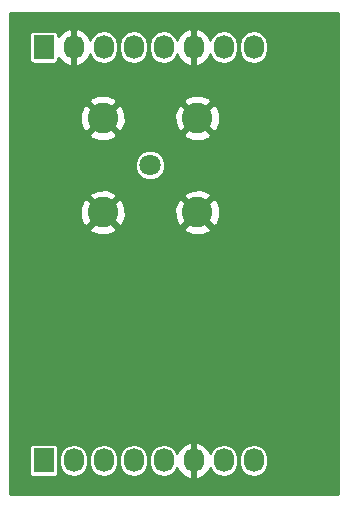
<source format=gbr>
G04 #@! TF.FileFunction,Copper,L1,Top,Signal*
%FSLAX46Y46*%
G04 Gerber Fmt 4.6, Leading zero omitted, Abs format (unit mm)*
G04 Created by KiCad (PCBNEW 4.0.7-e2-6376~58~ubuntu16.04.1) date Mon Jun 18 09:51:27 2018*
%MOMM*%
%LPD*%
G01*
G04 APERTURE LIST*
%ADD10C,0.100000*%
%ADD11R,1.727200X2.032000*%
%ADD12O,1.727200X2.032000*%
%ADD13C,1.800000*%
%ADD14C,2.600000*%
%ADD15C,0.250000*%
G04 APERTURE END LIST*
D10*
D11*
X136000000Y-123000000D03*
D12*
X138540000Y-123000000D03*
X141080000Y-123000000D03*
X143620000Y-123000000D03*
X146160000Y-123000000D03*
X148700000Y-123000000D03*
X151240000Y-123000000D03*
X153780000Y-123000000D03*
D11*
X136000000Y-88000000D03*
D12*
X138540000Y-88000000D03*
X141080000Y-88000000D03*
X143620000Y-88000000D03*
X146160000Y-88000000D03*
X148700000Y-88000000D03*
X151240000Y-88000000D03*
X153780000Y-88000000D03*
D13*
X145000000Y-98000000D03*
D14*
X141000000Y-94000000D03*
X149000000Y-94000000D03*
X149000000Y-102000000D03*
X141000000Y-102000000D03*
D15*
G36*
X160875000Y-125875000D02*
X133125000Y-125875000D01*
X133125000Y-121984000D01*
X134754054Y-121984000D01*
X134754054Y-124016000D01*
X134780202Y-124154966D01*
X134862331Y-124282599D01*
X134987646Y-124368223D01*
X135136400Y-124398346D01*
X136863600Y-124398346D01*
X137002566Y-124372198D01*
X137130199Y-124290069D01*
X137215823Y-124164754D01*
X137245946Y-124016000D01*
X137245946Y-122820349D01*
X137301400Y-122820349D01*
X137301400Y-123179651D01*
X137395683Y-123653643D01*
X137664178Y-124055473D01*
X138066008Y-124323968D01*
X138540000Y-124418251D01*
X139013992Y-124323968D01*
X139415822Y-124055473D01*
X139684317Y-123653643D01*
X139778600Y-123179651D01*
X139778600Y-122820349D01*
X139841400Y-122820349D01*
X139841400Y-123179651D01*
X139935683Y-123653643D01*
X140204178Y-124055473D01*
X140606008Y-124323968D01*
X141080000Y-124418251D01*
X141553992Y-124323968D01*
X141955822Y-124055473D01*
X142224317Y-123653643D01*
X142318600Y-123179651D01*
X142318600Y-122820349D01*
X142381400Y-122820349D01*
X142381400Y-123179651D01*
X142475683Y-123653643D01*
X142744178Y-124055473D01*
X143146008Y-124323968D01*
X143620000Y-124418251D01*
X144093992Y-124323968D01*
X144495822Y-124055473D01*
X144764317Y-123653643D01*
X144858600Y-123179651D01*
X144858600Y-122820349D01*
X144921400Y-122820349D01*
X144921400Y-123179651D01*
X145015683Y-123653643D01*
X145284178Y-124055473D01*
X145686008Y-124323968D01*
X146160000Y-124418251D01*
X146633992Y-124323968D01*
X147035822Y-124055473D01*
X147304317Y-123653643D01*
X147309650Y-123626834D01*
X147410854Y-123914945D01*
X147800798Y-124350235D01*
X148327637Y-124603165D01*
X148339340Y-124604893D01*
X148571000Y-124484519D01*
X148571000Y-123129000D01*
X148551000Y-123129000D01*
X148551000Y-122871000D01*
X148571000Y-122871000D01*
X148571000Y-121515481D01*
X148829000Y-121515481D01*
X148829000Y-122871000D01*
X148849000Y-122871000D01*
X148849000Y-123129000D01*
X148829000Y-123129000D01*
X148829000Y-124484519D01*
X149060660Y-124604893D01*
X149072363Y-124603165D01*
X149599202Y-124350235D01*
X149989146Y-123914945D01*
X150090350Y-123626834D01*
X150095683Y-123653643D01*
X150364178Y-124055473D01*
X150766008Y-124323968D01*
X151240000Y-124418251D01*
X151713992Y-124323968D01*
X152115822Y-124055473D01*
X152384317Y-123653643D01*
X152478600Y-123179651D01*
X152478600Y-122820349D01*
X152541400Y-122820349D01*
X152541400Y-123179651D01*
X152635683Y-123653643D01*
X152904178Y-124055473D01*
X153306008Y-124323968D01*
X153780000Y-124418251D01*
X154253992Y-124323968D01*
X154655822Y-124055473D01*
X154924317Y-123653643D01*
X155018600Y-123179651D01*
X155018600Y-122820349D01*
X154924317Y-122346357D01*
X154655822Y-121944527D01*
X154253992Y-121676032D01*
X153780000Y-121581749D01*
X153306008Y-121676032D01*
X152904178Y-121944527D01*
X152635683Y-122346357D01*
X152541400Y-122820349D01*
X152478600Y-122820349D01*
X152384317Y-122346357D01*
X152115822Y-121944527D01*
X151713992Y-121676032D01*
X151240000Y-121581749D01*
X150766008Y-121676032D01*
X150364178Y-121944527D01*
X150095683Y-122346357D01*
X150090350Y-122373166D01*
X149989146Y-122085055D01*
X149599202Y-121649765D01*
X149072363Y-121396835D01*
X149060660Y-121395107D01*
X148829000Y-121515481D01*
X148571000Y-121515481D01*
X148339340Y-121395107D01*
X148327637Y-121396835D01*
X147800798Y-121649765D01*
X147410854Y-122085055D01*
X147309650Y-122373166D01*
X147304317Y-122346357D01*
X147035822Y-121944527D01*
X146633992Y-121676032D01*
X146160000Y-121581749D01*
X145686008Y-121676032D01*
X145284178Y-121944527D01*
X145015683Y-122346357D01*
X144921400Y-122820349D01*
X144858600Y-122820349D01*
X144764317Y-122346357D01*
X144495822Y-121944527D01*
X144093992Y-121676032D01*
X143620000Y-121581749D01*
X143146008Y-121676032D01*
X142744178Y-121944527D01*
X142475683Y-122346357D01*
X142381400Y-122820349D01*
X142318600Y-122820349D01*
X142224317Y-122346357D01*
X141955822Y-121944527D01*
X141553992Y-121676032D01*
X141080000Y-121581749D01*
X140606008Y-121676032D01*
X140204178Y-121944527D01*
X139935683Y-122346357D01*
X139841400Y-122820349D01*
X139778600Y-122820349D01*
X139684317Y-122346357D01*
X139415822Y-121944527D01*
X139013992Y-121676032D01*
X138540000Y-121581749D01*
X138066008Y-121676032D01*
X137664178Y-121944527D01*
X137395683Y-122346357D01*
X137301400Y-122820349D01*
X137245946Y-122820349D01*
X137245946Y-121984000D01*
X137219798Y-121845034D01*
X137137669Y-121717401D01*
X137012354Y-121631777D01*
X136863600Y-121601654D01*
X135136400Y-121601654D01*
X134997434Y-121627802D01*
X134869801Y-121709931D01*
X134784177Y-121835246D01*
X134754054Y-121984000D01*
X133125000Y-121984000D01*
X133125000Y-103369683D01*
X139812751Y-103369683D01*
X139948399Y-103666873D01*
X140666332Y-103942419D01*
X141435062Y-103922251D01*
X142051601Y-103666873D01*
X142187249Y-103369683D01*
X147812751Y-103369683D01*
X147948399Y-103666873D01*
X148666332Y-103942419D01*
X149435062Y-103922251D01*
X150051601Y-103666873D01*
X150187249Y-103369683D01*
X149000000Y-102182434D01*
X147812751Y-103369683D01*
X142187249Y-103369683D01*
X141000000Y-102182434D01*
X139812751Y-103369683D01*
X133125000Y-103369683D01*
X133125000Y-101666332D01*
X139057581Y-101666332D01*
X139077749Y-102435062D01*
X139333127Y-103051601D01*
X139630317Y-103187249D01*
X140817566Y-102000000D01*
X141182434Y-102000000D01*
X142369683Y-103187249D01*
X142666873Y-103051601D01*
X142942419Y-102333668D01*
X142924912Y-101666332D01*
X147057581Y-101666332D01*
X147077749Y-102435062D01*
X147333127Y-103051601D01*
X147630317Y-103187249D01*
X148817566Y-102000000D01*
X149182434Y-102000000D01*
X150369683Y-103187249D01*
X150666873Y-103051601D01*
X150942419Y-102333668D01*
X150922251Y-101564938D01*
X150666873Y-100948399D01*
X150369683Y-100812751D01*
X149182434Y-102000000D01*
X148817566Y-102000000D01*
X147630317Y-100812751D01*
X147333127Y-100948399D01*
X147057581Y-101666332D01*
X142924912Y-101666332D01*
X142922251Y-101564938D01*
X142666873Y-100948399D01*
X142369683Y-100812751D01*
X141182434Y-102000000D01*
X140817566Y-102000000D01*
X139630317Y-100812751D01*
X139333127Y-100948399D01*
X139057581Y-101666332D01*
X133125000Y-101666332D01*
X133125000Y-100630317D01*
X139812751Y-100630317D01*
X141000000Y-101817566D01*
X142187249Y-100630317D01*
X147812751Y-100630317D01*
X149000000Y-101817566D01*
X150187249Y-100630317D01*
X150051601Y-100333127D01*
X149333668Y-100057581D01*
X148564938Y-100077749D01*
X147948399Y-100333127D01*
X147812751Y-100630317D01*
X142187249Y-100630317D01*
X142051601Y-100333127D01*
X141333668Y-100057581D01*
X140564938Y-100077749D01*
X139948399Y-100333127D01*
X139812751Y-100630317D01*
X133125000Y-100630317D01*
X133125000Y-98252501D01*
X143724779Y-98252501D01*
X143918477Y-98721286D01*
X144276827Y-99080262D01*
X144745274Y-99274778D01*
X145252501Y-99275221D01*
X145721286Y-99081523D01*
X146080262Y-98723173D01*
X146274778Y-98254726D01*
X146275221Y-97747499D01*
X146081523Y-97278714D01*
X145723173Y-96919738D01*
X145254726Y-96725222D01*
X144747499Y-96724779D01*
X144278714Y-96918477D01*
X143919738Y-97276827D01*
X143725222Y-97745274D01*
X143724779Y-98252501D01*
X133125000Y-98252501D01*
X133125000Y-95369683D01*
X139812751Y-95369683D01*
X139948399Y-95666873D01*
X140666332Y-95942419D01*
X141435062Y-95922251D01*
X142051601Y-95666873D01*
X142187249Y-95369683D01*
X147812751Y-95369683D01*
X147948399Y-95666873D01*
X148666332Y-95942419D01*
X149435062Y-95922251D01*
X150051601Y-95666873D01*
X150187249Y-95369683D01*
X149000000Y-94182434D01*
X147812751Y-95369683D01*
X142187249Y-95369683D01*
X141000000Y-94182434D01*
X139812751Y-95369683D01*
X133125000Y-95369683D01*
X133125000Y-93666332D01*
X139057581Y-93666332D01*
X139077749Y-94435062D01*
X139333127Y-95051601D01*
X139630317Y-95187249D01*
X140817566Y-94000000D01*
X141182434Y-94000000D01*
X142369683Y-95187249D01*
X142666873Y-95051601D01*
X142942419Y-94333668D01*
X142924912Y-93666332D01*
X147057581Y-93666332D01*
X147077749Y-94435062D01*
X147333127Y-95051601D01*
X147630317Y-95187249D01*
X148817566Y-94000000D01*
X149182434Y-94000000D01*
X150369683Y-95187249D01*
X150666873Y-95051601D01*
X150942419Y-94333668D01*
X150922251Y-93564938D01*
X150666873Y-92948399D01*
X150369683Y-92812751D01*
X149182434Y-94000000D01*
X148817566Y-94000000D01*
X147630317Y-92812751D01*
X147333127Y-92948399D01*
X147057581Y-93666332D01*
X142924912Y-93666332D01*
X142922251Y-93564938D01*
X142666873Y-92948399D01*
X142369683Y-92812751D01*
X141182434Y-94000000D01*
X140817566Y-94000000D01*
X139630317Y-92812751D01*
X139333127Y-92948399D01*
X139057581Y-93666332D01*
X133125000Y-93666332D01*
X133125000Y-92630317D01*
X139812751Y-92630317D01*
X141000000Y-93817566D01*
X142187249Y-92630317D01*
X147812751Y-92630317D01*
X149000000Y-93817566D01*
X150187249Y-92630317D01*
X150051601Y-92333127D01*
X149333668Y-92057581D01*
X148564938Y-92077749D01*
X147948399Y-92333127D01*
X147812751Y-92630317D01*
X142187249Y-92630317D01*
X142051601Y-92333127D01*
X141333668Y-92057581D01*
X140564938Y-92077749D01*
X139948399Y-92333127D01*
X139812751Y-92630317D01*
X133125000Y-92630317D01*
X133125000Y-86984000D01*
X134754054Y-86984000D01*
X134754054Y-89016000D01*
X134780202Y-89154966D01*
X134862331Y-89282599D01*
X134987646Y-89368223D01*
X135136400Y-89398346D01*
X136863600Y-89398346D01*
X137002566Y-89372198D01*
X137130199Y-89290069D01*
X137215823Y-89164754D01*
X137245946Y-89016000D01*
X137245946Y-88900973D01*
X137250854Y-88914945D01*
X137640798Y-89350235D01*
X138167637Y-89603165D01*
X138179340Y-89604893D01*
X138411000Y-89484519D01*
X138411000Y-88129000D01*
X138391000Y-88129000D01*
X138391000Y-87871000D01*
X138411000Y-87871000D01*
X138411000Y-86515481D01*
X138669000Y-86515481D01*
X138669000Y-87871000D01*
X138689000Y-87871000D01*
X138689000Y-88129000D01*
X138669000Y-88129000D01*
X138669000Y-89484519D01*
X138900660Y-89604893D01*
X138912363Y-89603165D01*
X139439202Y-89350235D01*
X139829146Y-88914945D01*
X139930350Y-88626834D01*
X139935683Y-88653643D01*
X140204178Y-89055473D01*
X140606008Y-89323968D01*
X141080000Y-89418251D01*
X141553992Y-89323968D01*
X141955822Y-89055473D01*
X142224317Y-88653643D01*
X142318600Y-88179651D01*
X142318600Y-87820349D01*
X142381400Y-87820349D01*
X142381400Y-88179651D01*
X142475683Y-88653643D01*
X142744178Y-89055473D01*
X143146008Y-89323968D01*
X143620000Y-89418251D01*
X144093992Y-89323968D01*
X144495822Y-89055473D01*
X144764317Y-88653643D01*
X144858600Y-88179651D01*
X144858600Y-87820349D01*
X144921400Y-87820349D01*
X144921400Y-88179651D01*
X145015683Y-88653643D01*
X145284178Y-89055473D01*
X145686008Y-89323968D01*
X146160000Y-89418251D01*
X146633992Y-89323968D01*
X147035822Y-89055473D01*
X147304317Y-88653643D01*
X147309650Y-88626834D01*
X147410854Y-88914945D01*
X147800798Y-89350235D01*
X148327637Y-89603165D01*
X148339340Y-89604893D01*
X148571000Y-89484519D01*
X148571000Y-88129000D01*
X148551000Y-88129000D01*
X148551000Y-87871000D01*
X148571000Y-87871000D01*
X148571000Y-86515481D01*
X148829000Y-86515481D01*
X148829000Y-87871000D01*
X148849000Y-87871000D01*
X148849000Y-88129000D01*
X148829000Y-88129000D01*
X148829000Y-89484519D01*
X149060660Y-89604893D01*
X149072363Y-89603165D01*
X149599202Y-89350235D01*
X149989146Y-88914945D01*
X150090350Y-88626834D01*
X150095683Y-88653643D01*
X150364178Y-89055473D01*
X150766008Y-89323968D01*
X151240000Y-89418251D01*
X151713992Y-89323968D01*
X152115822Y-89055473D01*
X152384317Y-88653643D01*
X152478600Y-88179651D01*
X152478600Y-87820349D01*
X152541400Y-87820349D01*
X152541400Y-88179651D01*
X152635683Y-88653643D01*
X152904178Y-89055473D01*
X153306008Y-89323968D01*
X153780000Y-89418251D01*
X154253992Y-89323968D01*
X154655822Y-89055473D01*
X154924317Y-88653643D01*
X155018600Y-88179651D01*
X155018600Y-87820349D01*
X154924317Y-87346357D01*
X154655822Y-86944527D01*
X154253992Y-86676032D01*
X153780000Y-86581749D01*
X153306008Y-86676032D01*
X152904178Y-86944527D01*
X152635683Y-87346357D01*
X152541400Y-87820349D01*
X152478600Y-87820349D01*
X152384317Y-87346357D01*
X152115822Y-86944527D01*
X151713992Y-86676032D01*
X151240000Y-86581749D01*
X150766008Y-86676032D01*
X150364178Y-86944527D01*
X150095683Y-87346357D01*
X150090350Y-87373166D01*
X149989146Y-87085055D01*
X149599202Y-86649765D01*
X149072363Y-86396835D01*
X149060660Y-86395107D01*
X148829000Y-86515481D01*
X148571000Y-86515481D01*
X148339340Y-86395107D01*
X148327637Y-86396835D01*
X147800798Y-86649765D01*
X147410854Y-87085055D01*
X147309650Y-87373166D01*
X147304317Y-87346357D01*
X147035822Y-86944527D01*
X146633992Y-86676032D01*
X146160000Y-86581749D01*
X145686008Y-86676032D01*
X145284178Y-86944527D01*
X145015683Y-87346357D01*
X144921400Y-87820349D01*
X144858600Y-87820349D01*
X144764317Y-87346357D01*
X144495822Y-86944527D01*
X144093992Y-86676032D01*
X143620000Y-86581749D01*
X143146008Y-86676032D01*
X142744178Y-86944527D01*
X142475683Y-87346357D01*
X142381400Y-87820349D01*
X142318600Y-87820349D01*
X142224317Y-87346357D01*
X141955822Y-86944527D01*
X141553992Y-86676032D01*
X141080000Y-86581749D01*
X140606008Y-86676032D01*
X140204178Y-86944527D01*
X139935683Y-87346357D01*
X139930350Y-87373166D01*
X139829146Y-87085055D01*
X139439202Y-86649765D01*
X138912363Y-86396835D01*
X138900660Y-86395107D01*
X138669000Y-86515481D01*
X138411000Y-86515481D01*
X138179340Y-86395107D01*
X138167637Y-86396835D01*
X137640798Y-86649765D01*
X137250854Y-87085055D01*
X137245946Y-87099027D01*
X137245946Y-86984000D01*
X137219798Y-86845034D01*
X137137669Y-86717401D01*
X137012354Y-86631777D01*
X136863600Y-86601654D01*
X135136400Y-86601654D01*
X134997434Y-86627802D01*
X134869801Y-86709931D01*
X134784177Y-86835246D01*
X134754054Y-86984000D01*
X133125000Y-86984000D01*
X133125000Y-85125000D01*
X160875000Y-85125000D01*
X160875000Y-125875000D01*
X160875000Y-125875000D01*
G37*
X160875000Y-125875000D02*
X133125000Y-125875000D01*
X133125000Y-121984000D01*
X134754054Y-121984000D01*
X134754054Y-124016000D01*
X134780202Y-124154966D01*
X134862331Y-124282599D01*
X134987646Y-124368223D01*
X135136400Y-124398346D01*
X136863600Y-124398346D01*
X137002566Y-124372198D01*
X137130199Y-124290069D01*
X137215823Y-124164754D01*
X137245946Y-124016000D01*
X137245946Y-122820349D01*
X137301400Y-122820349D01*
X137301400Y-123179651D01*
X137395683Y-123653643D01*
X137664178Y-124055473D01*
X138066008Y-124323968D01*
X138540000Y-124418251D01*
X139013992Y-124323968D01*
X139415822Y-124055473D01*
X139684317Y-123653643D01*
X139778600Y-123179651D01*
X139778600Y-122820349D01*
X139841400Y-122820349D01*
X139841400Y-123179651D01*
X139935683Y-123653643D01*
X140204178Y-124055473D01*
X140606008Y-124323968D01*
X141080000Y-124418251D01*
X141553992Y-124323968D01*
X141955822Y-124055473D01*
X142224317Y-123653643D01*
X142318600Y-123179651D01*
X142318600Y-122820349D01*
X142381400Y-122820349D01*
X142381400Y-123179651D01*
X142475683Y-123653643D01*
X142744178Y-124055473D01*
X143146008Y-124323968D01*
X143620000Y-124418251D01*
X144093992Y-124323968D01*
X144495822Y-124055473D01*
X144764317Y-123653643D01*
X144858600Y-123179651D01*
X144858600Y-122820349D01*
X144921400Y-122820349D01*
X144921400Y-123179651D01*
X145015683Y-123653643D01*
X145284178Y-124055473D01*
X145686008Y-124323968D01*
X146160000Y-124418251D01*
X146633992Y-124323968D01*
X147035822Y-124055473D01*
X147304317Y-123653643D01*
X147309650Y-123626834D01*
X147410854Y-123914945D01*
X147800798Y-124350235D01*
X148327637Y-124603165D01*
X148339340Y-124604893D01*
X148571000Y-124484519D01*
X148571000Y-123129000D01*
X148551000Y-123129000D01*
X148551000Y-122871000D01*
X148571000Y-122871000D01*
X148571000Y-121515481D01*
X148829000Y-121515481D01*
X148829000Y-122871000D01*
X148849000Y-122871000D01*
X148849000Y-123129000D01*
X148829000Y-123129000D01*
X148829000Y-124484519D01*
X149060660Y-124604893D01*
X149072363Y-124603165D01*
X149599202Y-124350235D01*
X149989146Y-123914945D01*
X150090350Y-123626834D01*
X150095683Y-123653643D01*
X150364178Y-124055473D01*
X150766008Y-124323968D01*
X151240000Y-124418251D01*
X151713992Y-124323968D01*
X152115822Y-124055473D01*
X152384317Y-123653643D01*
X152478600Y-123179651D01*
X152478600Y-122820349D01*
X152541400Y-122820349D01*
X152541400Y-123179651D01*
X152635683Y-123653643D01*
X152904178Y-124055473D01*
X153306008Y-124323968D01*
X153780000Y-124418251D01*
X154253992Y-124323968D01*
X154655822Y-124055473D01*
X154924317Y-123653643D01*
X155018600Y-123179651D01*
X155018600Y-122820349D01*
X154924317Y-122346357D01*
X154655822Y-121944527D01*
X154253992Y-121676032D01*
X153780000Y-121581749D01*
X153306008Y-121676032D01*
X152904178Y-121944527D01*
X152635683Y-122346357D01*
X152541400Y-122820349D01*
X152478600Y-122820349D01*
X152384317Y-122346357D01*
X152115822Y-121944527D01*
X151713992Y-121676032D01*
X151240000Y-121581749D01*
X150766008Y-121676032D01*
X150364178Y-121944527D01*
X150095683Y-122346357D01*
X150090350Y-122373166D01*
X149989146Y-122085055D01*
X149599202Y-121649765D01*
X149072363Y-121396835D01*
X149060660Y-121395107D01*
X148829000Y-121515481D01*
X148571000Y-121515481D01*
X148339340Y-121395107D01*
X148327637Y-121396835D01*
X147800798Y-121649765D01*
X147410854Y-122085055D01*
X147309650Y-122373166D01*
X147304317Y-122346357D01*
X147035822Y-121944527D01*
X146633992Y-121676032D01*
X146160000Y-121581749D01*
X145686008Y-121676032D01*
X145284178Y-121944527D01*
X145015683Y-122346357D01*
X144921400Y-122820349D01*
X144858600Y-122820349D01*
X144764317Y-122346357D01*
X144495822Y-121944527D01*
X144093992Y-121676032D01*
X143620000Y-121581749D01*
X143146008Y-121676032D01*
X142744178Y-121944527D01*
X142475683Y-122346357D01*
X142381400Y-122820349D01*
X142318600Y-122820349D01*
X142224317Y-122346357D01*
X141955822Y-121944527D01*
X141553992Y-121676032D01*
X141080000Y-121581749D01*
X140606008Y-121676032D01*
X140204178Y-121944527D01*
X139935683Y-122346357D01*
X139841400Y-122820349D01*
X139778600Y-122820349D01*
X139684317Y-122346357D01*
X139415822Y-121944527D01*
X139013992Y-121676032D01*
X138540000Y-121581749D01*
X138066008Y-121676032D01*
X137664178Y-121944527D01*
X137395683Y-122346357D01*
X137301400Y-122820349D01*
X137245946Y-122820349D01*
X137245946Y-121984000D01*
X137219798Y-121845034D01*
X137137669Y-121717401D01*
X137012354Y-121631777D01*
X136863600Y-121601654D01*
X135136400Y-121601654D01*
X134997434Y-121627802D01*
X134869801Y-121709931D01*
X134784177Y-121835246D01*
X134754054Y-121984000D01*
X133125000Y-121984000D01*
X133125000Y-103369683D01*
X139812751Y-103369683D01*
X139948399Y-103666873D01*
X140666332Y-103942419D01*
X141435062Y-103922251D01*
X142051601Y-103666873D01*
X142187249Y-103369683D01*
X147812751Y-103369683D01*
X147948399Y-103666873D01*
X148666332Y-103942419D01*
X149435062Y-103922251D01*
X150051601Y-103666873D01*
X150187249Y-103369683D01*
X149000000Y-102182434D01*
X147812751Y-103369683D01*
X142187249Y-103369683D01*
X141000000Y-102182434D01*
X139812751Y-103369683D01*
X133125000Y-103369683D01*
X133125000Y-101666332D01*
X139057581Y-101666332D01*
X139077749Y-102435062D01*
X139333127Y-103051601D01*
X139630317Y-103187249D01*
X140817566Y-102000000D01*
X141182434Y-102000000D01*
X142369683Y-103187249D01*
X142666873Y-103051601D01*
X142942419Y-102333668D01*
X142924912Y-101666332D01*
X147057581Y-101666332D01*
X147077749Y-102435062D01*
X147333127Y-103051601D01*
X147630317Y-103187249D01*
X148817566Y-102000000D01*
X149182434Y-102000000D01*
X150369683Y-103187249D01*
X150666873Y-103051601D01*
X150942419Y-102333668D01*
X150922251Y-101564938D01*
X150666873Y-100948399D01*
X150369683Y-100812751D01*
X149182434Y-102000000D01*
X148817566Y-102000000D01*
X147630317Y-100812751D01*
X147333127Y-100948399D01*
X147057581Y-101666332D01*
X142924912Y-101666332D01*
X142922251Y-101564938D01*
X142666873Y-100948399D01*
X142369683Y-100812751D01*
X141182434Y-102000000D01*
X140817566Y-102000000D01*
X139630317Y-100812751D01*
X139333127Y-100948399D01*
X139057581Y-101666332D01*
X133125000Y-101666332D01*
X133125000Y-100630317D01*
X139812751Y-100630317D01*
X141000000Y-101817566D01*
X142187249Y-100630317D01*
X147812751Y-100630317D01*
X149000000Y-101817566D01*
X150187249Y-100630317D01*
X150051601Y-100333127D01*
X149333668Y-100057581D01*
X148564938Y-100077749D01*
X147948399Y-100333127D01*
X147812751Y-100630317D01*
X142187249Y-100630317D01*
X142051601Y-100333127D01*
X141333668Y-100057581D01*
X140564938Y-100077749D01*
X139948399Y-100333127D01*
X139812751Y-100630317D01*
X133125000Y-100630317D01*
X133125000Y-98252501D01*
X143724779Y-98252501D01*
X143918477Y-98721286D01*
X144276827Y-99080262D01*
X144745274Y-99274778D01*
X145252501Y-99275221D01*
X145721286Y-99081523D01*
X146080262Y-98723173D01*
X146274778Y-98254726D01*
X146275221Y-97747499D01*
X146081523Y-97278714D01*
X145723173Y-96919738D01*
X145254726Y-96725222D01*
X144747499Y-96724779D01*
X144278714Y-96918477D01*
X143919738Y-97276827D01*
X143725222Y-97745274D01*
X143724779Y-98252501D01*
X133125000Y-98252501D01*
X133125000Y-95369683D01*
X139812751Y-95369683D01*
X139948399Y-95666873D01*
X140666332Y-95942419D01*
X141435062Y-95922251D01*
X142051601Y-95666873D01*
X142187249Y-95369683D01*
X147812751Y-95369683D01*
X147948399Y-95666873D01*
X148666332Y-95942419D01*
X149435062Y-95922251D01*
X150051601Y-95666873D01*
X150187249Y-95369683D01*
X149000000Y-94182434D01*
X147812751Y-95369683D01*
X142187249Y-95369683D01*
X141000000Y-94182434D01*
X139812751Y-95369683D01*
X133125000Y-95369683D01*
X133125000Y-93666332D01*
X139057581Y-93666332D01*
X139077749Y-94435062D01*
X139333127Y-95051601D01*
X139630317Y-95187249D01*
X140817566Y-94000000D01*
X141182434Y-94000000D01*
X142369683Y-95187249D01*
X142666873Y-95051601D01*
X142942419Y-94333668D01*
X142924912Y-93666332D01*
X147057581Y-93666332D01*
X147077749Y-94435062D01*
X147333127Y-95051601D01*
X147630317Y-95187249D01*
X148817566Y-94000000D01*
X149182434Y-94000000D01*
X150369683Y-95187249D01*
X150666873Y-95051601D01*
X150942419Y-94333668D01*
X150922251Y-93564938D01*
X150666873Y-92948399D01*
X150369683Y-92812751D01*
X149182434Y-94000000D01*
X148817566Y-94000000D01*
X147630317Y-92812751D01*
X147333127Y-92948399D01*
X147057581Y-93666332D01*
X142924912Y-93666332D01*
X142922251Y-93564938D01*
X142666873Y-92948399D01*
X142369683Y-92812751D01*
X141182434Y-94000000D01*
X140817566Y-94000000D01*
X139630317Y-92812751D01*
X139333127Y-92948399D01*
X139057581Y-93666332D01*
X133125000Y-93666332D01*
X133125000Y-92630317D01*
X139812751Y-92630317D01*
X141000000Y-93817566D01*
X142187249Y-92630317D01*
X147812751Y-92630317D01*
X149000000Y-93817566D01*
X150187249Y-92630317D01*
X150051601Y-92333127D01*
X149333668Y-92057581D01*
X148564938Y-92077749D01*
X147948399Y-92333127D01*
X147812751Y-92630317D01*
X142187249Y-92630317D01*
X142051601Y-92333127D01*
X141333668Y-92057581D01*
X140564938Y-92077749D01*
X139948399Y-92333127D01*
X139812751Y-92630317D01*
X133125000Y-92630317D01*
X133125000Y-86984000D01*
X134754054Y-86984000D01*
X134754054Y-89016000D01*
X134780202Y-89154966D01*
X134862331Y-89282599D01*
X134987646Y-89368223D01*
X135136400Y-89398346D01*
X136863600Y-89398346D01*
X137002566Y-89372198D01*
X137130199Y-89290069D01*
X137215823Y-89164754D01*
X137245946Y-89016000D01*
X137245946Y-88900973D01*
X137250854Y-88914945D01*
X137640798Y-89350235D01*
X138167637Y-89603165D01*
X138179340Y-89604893D01*
X138411000Y-89484519D01*
X138411000Y-88129000D01*
X138391000Y-88129000D01*
X138391000Y-87871000D01*
X138411000Y-87871000D01*
X138411000Y-86515481D01*
X138669000Y-86515481D01*
X138669000Y-87871000D01*
X138689000Y-87871000D01*
X138689000Y-88129000D01*
X138669000Y-88129000D01*
X138669000Y-89484519D01*
X138900660Y-89604893D01*
X138912363Y-89603165D01*
X139439202Y-89350235D01*
X139829146Y-88914945D01*
X139930350Y-88626834D01*
X139935683Y-88653643D01*
X140204178Y-89055473D01*
X140606008Y-89323968D01*
X141080000Y-89418251D01*
X141553992Y-89323968D01*
X141955822Y-89055473D01*
X142224317Y-88653643D01*
X142318600Y-88179651D01*
X142318600Y-87820349D01*
X142381400Y-87820349D01*
X142381400Y-88179651D01*
X142475683Y-88653643D01*
X142744178Y-89055473D01*
X143146008Y-89323968D01*
X143620000Y-89418251D01*
X144093992Y-89323968D01*
X144495822Y-89055473D01*
X144764317Y-88653643D01*
X144858600Y-88179651D01*
X144858600Y-87820349D01*
X144921400Y-87820349D01*
X144921400Y-88179651D01*
X145015683Y-88653643D01*
X145284178Y-89055473D01*
X145686008Y-89323968D01*
X146160000Y-89418251D01*
X146633992Y-89323968D01*
X147035822Y-89055473D01*
X147304317Y-88653643D01*
X147309650Y-88626834D01*
X147410854Y-88914945D01*
X147800798Y-89350235D01*
X148327637Y-89603165D01*
X148339340Y-89604893D01*
X148571000Y-89484519D01*
X148571000Y-88129000D01*
X148551000Y-88129000D01*
X148551000Y-87871000D01*
X148571000Y-87871000D01*
X148571000Y-86515481D01*
X148829000Y-86515481D01*
X148829000Y-87871000D01*
X148849000Y-87871000D01*
X148849000Y-88129000D01*
X148829000Y-88129000D01*
X148829000Y-89484519D01*
X149060660Y-89604893D01*
X149072363Y-89603165D01*
X149599202Y-89350235D01*
X149989146Y-88914945D01*
X150090350Y-88626834D01*
X150095683Y-88653643D01*
X150364178Y-89055473D01*
X150766008Y-89323968D01*
X151240000Y-89418251D01*
X151713992Y-89323968D01*
X152115822Y-89055473D01*
X152384317Y-88653643D01*
X152478600Y-88179651D01*
X152478600Y-87820349D01*
X152541400Y-87820349D01*
X152541400Y-88179651D01*
X152635683Y-88653643D01*
X152904178Y-89055473D01*
X153306008Y-89323968D01*
X153780000Y-89418251D01*
X154253992Y-89323968D01*
X154655822Y-89055473D01*
X154924317Y-88653643D01*
X155018600Y-88179651D01*
X155018600Y-87820349D01*
X154924317Y-87346357D01*
X154655822Y-86944527D01*
X154253992Y-86676032D01*
X153780000Y-86581749D01*
X153306008Y-86676032D01*
X152904178Y-86944527D01*
X152635683Y-87346357D01*
X152541400Y-87820349D01*
X152478600Y-87820349D01*
X152384317Y-87346357D01*
X152115822Y-86944527D01*
X151713992Y-86676032D01*
X151240000Y-86581749D01*
X150766008Y-86676032D01*
X150364178Y-86944527D01*
X150095683Y-87346357D01*
X150090350Y-87373166D01*
X149989146Y-87085055D01*
X149599202Y-86649765D01*
X149072363Y-86396835D01*
X149060660Y-86395107D01*
X148829000Y-86515481D01*
X148571000Y-86515481D01*
X148339340Y-86395107D01*
X148327637Y-86396835D01*
X147800798Y-86649765D01*
X147410854Y-87085055D01*
X147309650Y-87373166D01*
X147304317Y-87346357D01*
X147035822Y-86944527D01*
X146633992Y-86676032D01*
X146160000Y-86581749D01*
X145686008Y-86676032D01*
X145284178Y-86944527D01*
X145015683Y-87346357D01*
X144921400Y-87820349D01*
X144858600Y-87820349D01*
X144764317Y-87346357D01*
X144495822Y-86944527D01*
X144093992Y-86676032D01*
X143620000Y-86581749D01*
X143146008Y-86676032D01*
X142744178Y-86944527D01*
X142475683Y-87346357D01*
X142381400Y-87820349D01*
X142318600Y-87820349D01*
X142224317Y-87346357D01*
X141955822Y-86944527D01*
X141553992Y-86676032D01*
X141080000Y-86581749D01*
X140606008Y-86676032D01*
X140204178Y-86944527D01*
X139935683Y-87346357D01*
X139930350Y-87373166D01*
X139829146Y-87085055D01*
X139439202Y-86649765D01*
X138912363Y-86396835D01*
X138900660Y-86395107D01*
X138669000Y-86515481D01*
X138411000Y-86515481D01*
X138179340Y-86395107D01*
X138167637Y-86396835D01*
X137640798Y-86649765D01*
X137250854Y-87085055D01*
X137245946Y-87099027D01*
X137245946Y-86984000D01*
X137219798Y-86845034D01*
X137137669Y-86717401D01*
X137012354Y-86631777D01*
X136863600Y-86601654D01*
X135136400Y-86601654D01*
X134997434Y-86627802D01*
X134869801Y-86709931D01*
X134784177Y-86835246D01*
X134754054Y-86984000D01*
X133125000Y-86984000D01*
X133125000Y-85125000D01*
X160875000Y-85125000D01*
X160875000Y-125875000D01*
M02*

</source>
